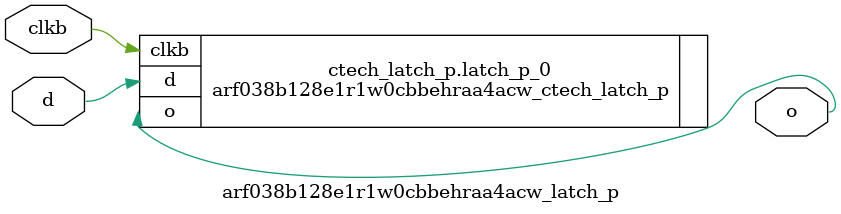
<source format=sv>

`ifndef ARF038B128E1R1W0CBBEHRAA4ACW_LATCH_P_SV
`define ARF038B128E1R1W0CBBEHRAA4ACW_LATCH_P_SV

module arf038b128e1r1w0cbbehraa4acw_latch_p #
(
  parameter CTECH = 1
)
(
  output logic o,
  input  logic d,
  input  logic clkb
);

  if (CTECH == 1) begin: ctech_latch_p
    arf038b128e1r1w0cbbehraa4acw_ctech_latch_p latch_p_0 (.o(o),.d(d),.clkb(clkb));
  end
  else begin
    always_latch begin
      if (~clkb) begin
        o <= d;
      end
    end
  end

endmodule // arf038b128e1r1w0cbbehraa4acw_latch_p

`endif // ARF038B128E1R1W0CBBEHRAA4ACW_LATCH_P_SV
</source>
